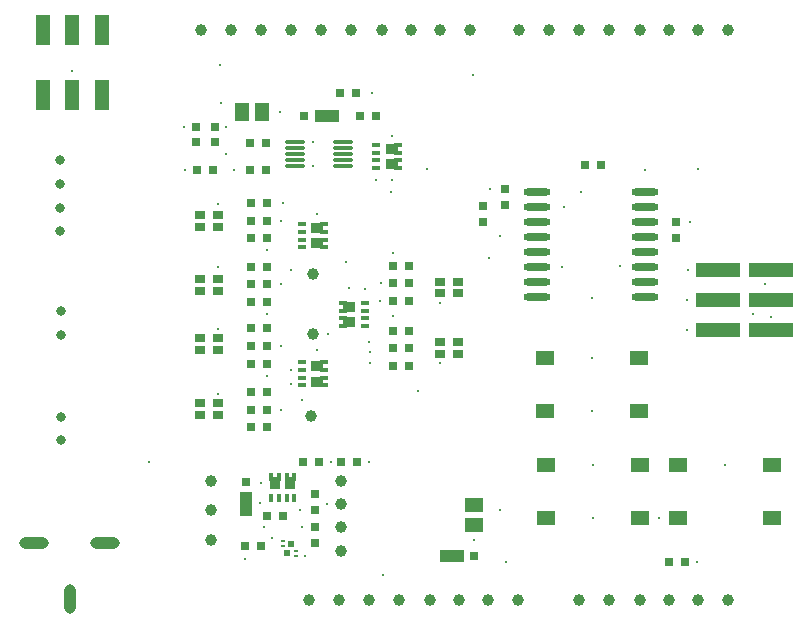
<source format=gts>
G04 Layer_Color=8388736*
%FSLAX44Y44*%
%MOMM*%
G71*
G01*
G75*
%ADD10C,1.0000*%
%ADD11R,0.7500X0.8000*%
%ADD12R,0.8000X0.7500*%
%ADD13R,1.1000X2.0000*%
%ADD14R,0.8000X0.8000*%
%ADD15R,0.9000X0.7000*%
%ADD16R,0.8000X0.8000*%
%ADD17R,2.0000X1.1000*%
%ADD18R,1.5000X1.3000*%
%ADD19R,1.3000X1.5000*%
%ADD20O,1.7000X0.3000*%
%ADD21O,2.3000X0.6000*%
%ADD22R,1.2000X2.5000*%
%ADD23R,1.5500X1.3000*%
%ADD24R,3.8100X1.2700*%
%ADD25R,0.7000X0.3000*%
%ADD26R,1.0000X0.9470*%
%ADD27R,1.0000X0.9450*%
%ADD28R,0.3000X0.7000*%
%ADD29R,0.9470X1.0000*%
%ADD30R,0.9450X1.0000*%
%ADD31R,0.4000X0.2000*%
%ADD32R,0.5000X0.5000*%
%ADD58C,0.8000*%
%ADD59O,2.5000X1.0000*%
%ADD60O,1.0000X2.5000*%
%ADD61C,0.3050*%
D10*
X308000Y68000D02*
D03*
Y128000D02*
D03*
Y108000D02*
D03*
X308233Y88308D02*
D03*
X198000Y103000D02*
D03*
Y78000D02*
D03*
Y128000D02*
D03*
X284000Y252000D02*
D03*
Y303000D02*
D03*
X283000Y183000D02*
D03*
X635919Y26797D02*
D03*
X610519D02*
D03*
X585920D02*
D03*
X560919D02*
D03*
X535120D02*
D03*
X509720D02*
D03*
X331920D02*
D03*
X357320D02*
D03*
X383119D02*
D03*
X408120D02*
D03*
X432719D02*
D03*
X458120D02*
D03*
X306520D02*
D03*
X281120D02*
D03*
X509720Y509397D02*
D03*
X535120D02*
D03*
X560919D02*
D03*
X585920D02*
D03*
X610519D02*
D03*
X635919D02*
D03*
X484320D02*
D03*
X458920D02*
D03*
X189680Y509400D02*
D03*
X215080D02*
D03*
X240480D02*
D03*
X265880D02*
D03*
X417480D02*
D03*
X392080D02*
D03*
X367480D02*
D03*
X342480D02*
D03*
X316680D02*
D03*
X291280D02*
D03*
D11*
X308340Y144000D02*
D03*
X321840D02*
D03*
X276250D02*
D03*
X289750D02*
D03*
X226533Y73006D02*
D03*
X240033D02*
D03*
X245250Y98000D02*
D03*
X258750D02*
D03*
X599456Y59012D02*
D03*
X585956D02*
D03*
X232250Y363000D02*
D03*
X245750D02*
D03*
X232250Y333000D02*
D03*
X245750D02*
D03*
X232250Y348000D02*
D03*
X245750D02*
D03*
X232250Y309000D02*
D03*
X245750D02*
D03*
X232250Y294000D02*
D03*
X245750D02*
D03*
X232250Y279000D02*
D03*
X245750D02*
D03*
X232250Y257000D02*
D03*
X245750D02*
D03*
X232250Y242000D02*
D03*
X245750D02*
D03*
X232250Y203000D02*
D03*
X245750D02*
D03*
X232250Y227000D02*
D03*
X245750D02*
D03*
X232250Y188000D02*
D03*
X245750D02*
D03*
X232250Y173000D02*
D03*
X245750D02*
D03*
X365750Y225000D02*
D03*
X352250D02*
D03*
X365750Y255000D02*
D03*
X352250D02*
D03*
X365750Y240000D02*
D03*
X352250D02*
D03*
X365750Y280000D02*
D03*
X352250D02*
D03*
X365750Y310000D02*
D03*
X352250D02*
D03*
X365750Y295000D02*
D03*
X352250D02*
D03*
X244780Y414060D02*
D03*
X231280D02*
D03*
X199780Y391000D02*
D03*
X186280D02*
D03*
X307280Y456000D02*
D03*
X320780D02*
D03*
X324280Y437000D02*
D03*
X337780D02*
D03*
X244780Y390940D02*
D03*
X231280D02*
D03*
X527750Y395000D02*
D03*
X514250D02*
D03*
D12*
X286000Y88750D02*
D03*
Y75250D02*
D03*
Y103250D02*
D03*
Y116750D02*
D03*
X185030Y414250D02*
D03*
Y427750D02*
D03*
X201030D02*
D03*
Y414250D02*
D03*
X428000Y360750D02*
D03*
Y347250D02*
D03*
X592000Y346750D02*
D03*
Y333250D02*
D03*
X447000Y361250D02*
D03*
Y374750D02*
D03*
D13*
X228000Y108000D02*
D03*
D14*
Y127000D02*
D03*
D15*
X407000Y245492D02*
D03*
Y235508D02*
D03*
X392000Y245492D02*
D03*
Y235508D02*
D03*
X407000Y296492D02*
D03*
Y286508D02*
D03*
X392000Y296492D02*
D03*
Y286508D02*
D03*
X189000Y342508D02*
D03*
Y352492D02*
D03*
X204000Y342508D02*
D03*
Y352492D02*
D03*
X189000Y183508D02*
D03*
Y193492D02*
D03*
X204000Y183508D02*
D03*
Y193492D02*
D03*
X189000Y288508D02*
D03*
Y298492D02*
D03*
X204000Y288508D02*
D03*
Y298492D02*
D03*
X189000Y238508D02*
D03*
Y248492D02*
D03*
X204000Y238508D02*
D03*
Y248492D02*
D03*
D16*
X421000Y64000D02*
D03*
X277030Y437000D02*
D03*
D17*
X402000Y64000D02*
D03*
X296030Y437000D02*
D03*
D18*
X420999Y90501D02*
D03*
Y107501D02*
D03*
D19*
X241529Y439999D02*
D03*
X224529D02*
D03*
D20*
X268850Y414340D02*
D03*
Y409340D02*
D03*
Y404340D02*
D03*
Y399340D02*
D03*
Y394340D02*
D03*
X309850Y414340D02*
D03*
Y409340D02*
D03*
Y404340D02*
D03*
Y399340D02*
D03*
Y394340D02*
D03*
D21*
X565373Y283550D02*
D03*
Y296250D02*
D03*
Y308950D02*
D03*
Y321650D02*
D03*
Y334350D02*
D03*
Y347050D02*
D03*
Y359750D02*
D03*
Y372450D02*
D03*
X474373Y283550D02*
D03*
Y296250D02*
D03*
Y308950D02*
D03*
Y321650D02*
D03*
Y334350D02*
D03*
Y347050D02*
D03*
Y359750D02*
D03*
Y372450D02*
D03*
D22*
X55570Y509500D02*
D03*
X105570D02*
D03*
X80570D02*
D03*
Y454500D02*
D03*
X105570D02*
D03*
X55570D02*
D03*
D23*
X593326Y141040D02*
D03*
X672826D02*
D03*
Y96040D02*
D03*
X593326D02*
D03*
X481152Y231503D02*
D03*
X560652D02*
D03*
Y186502D02*
D03*
X481152D02*
D03*
X481464Y141041D02*
D03*
X560964D02*
D03*
Y96040D02*
D03*
X481464D02*
D03*
D24*
X627380Y306197D02*
D03*
X671830D02*
D03*
X627380Y280797D02*
D03*
X671830D02*
D03*
X627380Y255397D02*
D03*
X671830D02*
D03*
D25*
X293415Y345000D02*
D03*
Y338523D02*
D03*
Y325546D02*
D03*
Y332046D02*
D03*
X275000D02*
D03*
Y325546D02*
D03*
Y338523D02*
D03*
Y345000D02*
D03*
X309585Y259000D02*
D03*
Y265477D02*
D03*
Y278454D02*
D03*
Y271954D02*
D03*
X328000D02*
D03*
Y278454D02*
D03*
Y265477D02*
D03*
Y259000D02*
D03*
X293415Y228000D02*
D03*
Y221523D02*
D03*
Y208546D02*
D03*
Y215046D02*
D03*
X275000D02*
D03*
Y208546D02*
D03*
Y221523D02*
D03*
Y228000D02*
D03*
X356445Y412000D02*
D03*
Y405523D02*
D03*
Y392546D02*
D03*
Y399046D02*
D03*
X338030D02*
D03*
Y392546D02*
D03*
Y405523D02*
D03*
Y412000D02*
D03*
D26*
X287960Y341770D02*
D03*
X315040Y262230D02*
D03*
X287960Y224770D02*
D03*
X350990Y408770D02*
D03*
D27*
X287959Y328810D02*
D03*
X315040Y275190D02*
D03*
X287959Y211810D02*
D03*
X350989Y395810D02*
D03*
D28*
X249000Y131415D02*
D03*
X255477D02*
D03*
X268454D02*
D03*
X261954D02*
D03*
Y113000D02*
D03*
X268454D02*
D03*
X255477D02*
D03*
X249000D02*
D03*
D29*
X252230Y125960D02*
D03*
D30*
X265190Y125960D02*
D03*
D31*
X258796Y72435D02*
D03*
X258793Y76493D02*
D03*
X269718Y68443D02*
D03*
Y64398D02*
D03*
D32*
X266081Y74666D02*
D03*
X261925Y66366D02*
D03*
D58*
X70315Y359010D02*
D03*
Y339010D02*
D03*
Y379010D02*
D03*
Y399010D02*
D03*
X71345Y162099D02*
D03*
Y182099D02*
D03*
X71107Y251253D02*
D03*
Y271253D02*
D03*
D59*
X108204Y75501D02*
D03*
X48204D02*
D03*
D60*
X78204Y27501D02*
D03*
D61*
X381080Y392107D02*
D03*
X373152Y204082D02*
D03*
X343840Y47953D02*
D03*
X447498Y59012D02*
D03*
X565425Y391072D02*
D03*
X419655Y471780D02*
D03*
X206000Y479980D02*
D03*
X610439Y391787D02*
D03*
X256936Y347901D02*
D03*
X245750Y323217D02*
D03*
X656913Y269053D02*
D03*
X600686Y255397D02*
D03*
X600788Y280797D02*
D03*
X601597Y306197D02*
D03*
X256029Y439999D02*
D03*
X284370Y414340D02*
D03*
X350990Y419960D02*
D03*
X204000Y362000D02*
D03*
X204000Y309000D02*
D03*
Y256636D02*
D03*
Y201636D02*
D03*
X273601Y103405D02*
D03*
X421000Y77250D02*
D03*
X667385Y294146D02*
D03*
X392000Y278364D02*
D03*
Y227364D02*
D03*
X175971Y391000D02*
D03*
X284554Y394340D02*
D03*
X495039Y308950D02*
D03*
X544042Y309333D02*
D03*
X333960Y456000D02*
D03*
X315040Y291006D02*
D03*
X287960Y238186D02*
D03*
X249610Y79332D02*
D03*
X277670Y64398D02*
D03*
X331481Y144000D02*
D03*
X577145Y96040D02*
D03*
X671830Y266199D02*
D03*
X239512Y108660D02*
D03*
X296478Y108000D02*
D03*
X299537Y143883D02*
D03*
X265435Y221523D02*
D03*
X265593Y209371D02*
D03*
X245750Y216118D02*
D03*
X257099Y188000D02*
D03*
X257201Y242000D02*
D03*
X297156Y252000D02*
D03*
X245750Y268845D02*
D03*
X256936Y294000D02*
D03*
X265502Y306030D02*
D03*
X442579Y103348D02*
D03*
X332178Y236634D02*
D03*
X331890Y245105D02*
D03*
X352250Y320782D02*
D03*
Y267403D02*
D03*
X341533Y295000D02*
D03*
X332334Y227754D02*
D03*
X328000Y290380D02*
D03*
X340790Y280000D02*
D03*
X434526Y374750D02*
D03*
X633076Y141040D02*
D03*
X521214Y141041D02*
D03*
X211007Y427750D02*
D03*
X175136D02*
D03*
X338030Y382585D02*
D03*
X350989Y382593D02*
D03*
X520902Y186502D02*
D03*
X521214Y96040D02*
D03*
X609043Y59012D02*
D03*
X520902Y231503D02*
D03*
X80598Y474344D02*
D03*
X226533Y61430D02*
D03*
X275028Y196622D02*
D03*
X274918Y88750D02*
D03*
X210940Y404340D02*
D03*
X442915Y335056D02*
D03*
X520514Y282954D02*
D03*
X433143Y316143D02*
D03*
X496657Y359750D02*
D03*
X510821Y372450D02*
D03*
X217284Y390940D02*
D03*
X258803Y363000D02*
D03*
X603220Y346750D02*
D03*
X350200Y372229D02*
D03*
X287369Y353288D02*
D03*
X243080Y88580D02*
D03*
X206355Y447792D02*
D03*
X240595Y125933D02*
D03*
X145810Y144125D02*
D03*
X312373Y313083D02*
D03*
M02*

</source>
